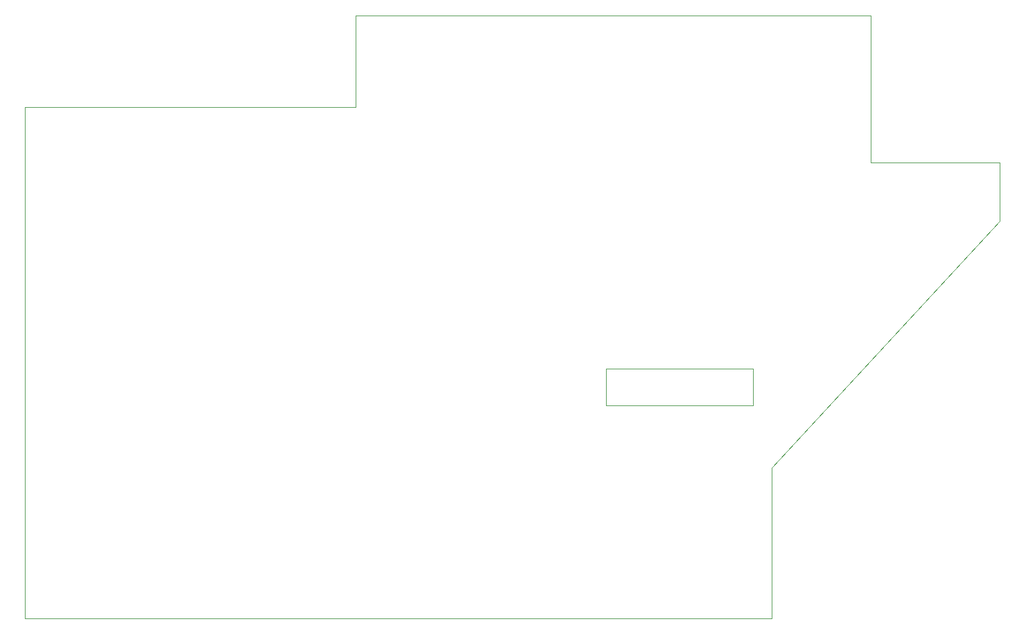
<source format=gbr>
%TF.GenerationSoftware,KiCad,Pcbnew,8.0.6-8.0.6-0~ubuntu22.04.1*%
%TF.CreationDate,2024-10-28T00:14:05+01:00*%
%TF.ProjectId,wandfernsprecher,77616e64-6665-4726-9e73-707265636865,0.1.0*%
%TF.SameCoordinates,Original*%
%TF.FileFunction,Profile,NP*%
%FSLAX46Y46*%
G04 Gerber Fmt 4.6, Leading zero omitted, Abs format (unit mm)*
G04 Created by KiCad (PCBNEW 8.0.6-8.0.6-0~ubuntu22.04.1) date 2024-10-28 00:14:05*
%MOMM*%
%LPD*%
G01*
G04 APERTURE LIST*
%TA.AperFunction,Profile*%
%ADD10C,0.100000*%
%TD*%
G04 APERTURE END LIST*
D10*
X165000000Y-88000000D02*
X182500000Y-88000000D01*
X182500000Y-96000000D01*
X151500000Y-129500000D01*
X151500000Y-150000000D01*
X50000000Y-150000000D01*
X50000000Y-80500000D01*
X95000000Y-80500000D01*
X95000000Y-68000000D01*
X165000000Y-68000000D01*
X165000000Y-88000000D01*
X129000000Y-116000000D02*
X149000000Y-116000000D01*
X149000000Y-121000000D01*
X129000000Y-121000000D01*
X129000000Y-116000000D01*
M02*

</source>
